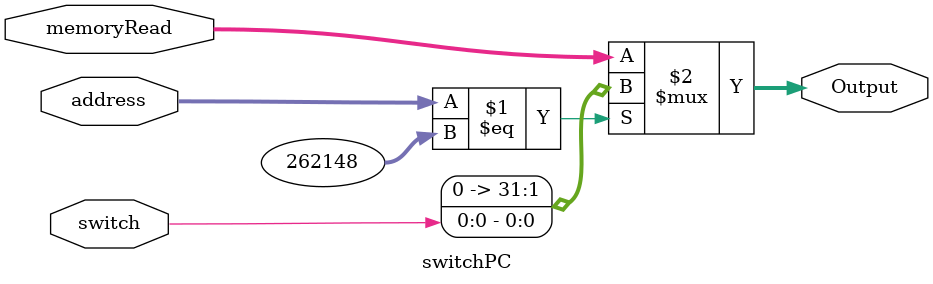
<source format=sv>
module switchPC 
				 (input logic [31:0] address, 
              input logic [31:0] memoryRead,
				  input logic switch,
				  output logic [31:0] Output);
				  
  assign Output = (address == 32'd262148)? {31'd0, switch}:memoryRead;
  
endmodule 

</source>
